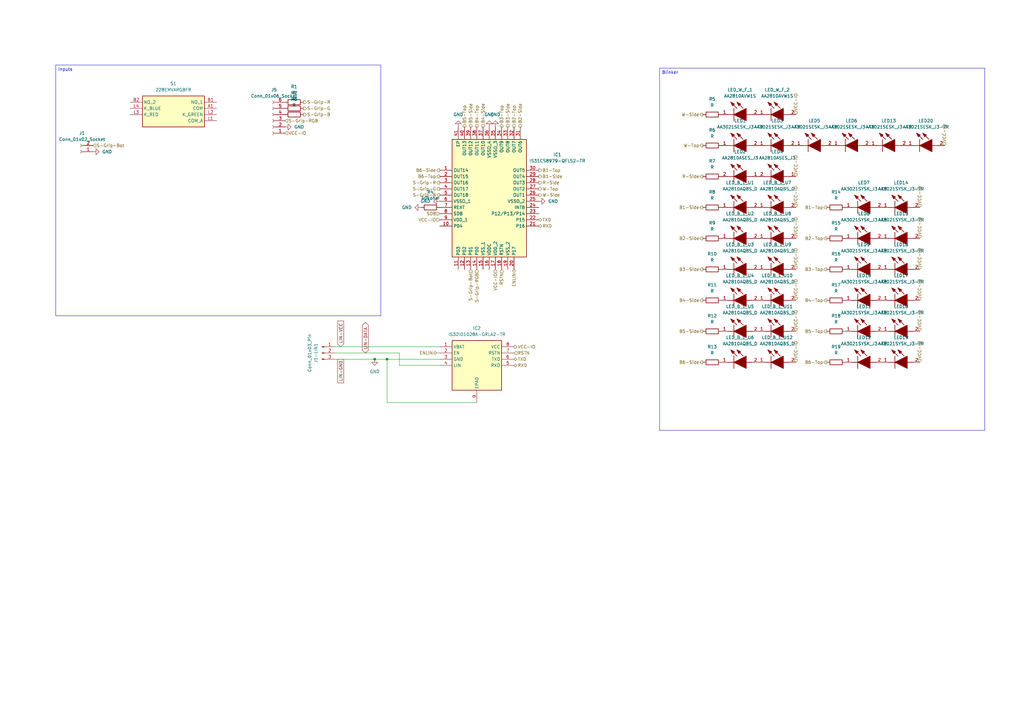
<source format=kicad_sch>
(kicad_sch (version 20250114) (generator "eeschema") (generator_version "9.0")
  (paper "A3")
  (text_box "Inputs" (at 22.86 26.67 0) (size 133.35 102.87) (margins 0.9525 0.9525 0.9525 0.9525) (effects (font (size 1.27 1.27)) (justify left top)))
  (text_box "Blinker" (at 270.51 27.94 0) (size 133.35 148.59) (margins 0.9525 0.9525 0.9525 0.9525) (effects (font (size 1.27 1.27)) (justify left top)))
  (junction (at 153.67 147.32))
  (junction (at 158.75 147.32))
  (wire (pts (xy 179.07 144.78) (xy 180.34 144.78)))
  (wire (pts (xy 137.16 142.24) (xy 180.34 142.24)))
  (wire (pts (xy 158.75 147.32) (xy 180.34 147.32)))
  (wire (pts (xy 153.67 147.32) (xy 158.75 147.32)))
  (wire (pts (xy 137.16 147.32) (xy 153.67 147.32)))
  (wire (pts (xy 163.83 149.86) (xy 163.83 144.78)))
  (wire (pts (xy 195.58 165.1) (xy 158.75 165.1)))
  (wire (pts (xy 158.75 147.32) (xy 158.75 165.1)))
  (wire (pts (xy 163.83 149.86) (xy 180.34 149.86)))
  (wire (pts (xy 163.83 144.78) (xy 137.16 144.78)))
  (global_label "LIN-DATA" (shape bidirectional) (at 149.86 144.78 90) (property "Intersheetrefs" "${INTERSHEET_REFS}" (effects (hide yes))))
  (global_label "LIN-VCC" (shape input) (at 139.7 142.24 90) (property "Intersheetrefs" "${INTERSHEET_REFS}" (effects (hide yes))))
  (global_label "LIN-GND" (shape passive) (at 139.7 147.32 270) (property "Intersheetrefs" "${INTERSHEET_REFS}" (effects (hide yes))))
  (hierarchical_label "B6-Top" (shape output) (at 339.09 148.59 180))
  (hierarchical_label "S-Grip-R" (shape output) (at 180.34 74.93 180))
  (hierarchical_label "VCC-IO" (shape input) (at 180.34 90.17 180))
  (hierarchical_label "VCC-IO" (shape output) (at 210.82 142.24 0))
  (hierarchical_label "VCC-IO" (shape input) (at 326.39 110.49 90))
  (hierarchical_label "ENLIN" (shape bidirectional) (at 179.07 144.78 180))
  (hierarchical_label "B1-Top" (shape output) (at 339.09 85.09 180))
  (hierarchical_label "S-Grip-B" (shape output) (at 180.34 80.01 180))
  (hierarchical_label "S-Grip-RGB" (shape input) (at 116.84 49.53 0))
  (hierarchical_label "B6-Top" (shape output) (at 180.34 72.39 180))
  (hierarchical_label "B4-Top" (shape output) (at 195.58 52.07 90))
  (hierarchical_label "B1-Top" (shape output) (at 220.98 69.85 0))
  (hierarchical_label "B6-Side" (shape output) (at 180.34 69.85 180))
  (hierarchical_label "B2-Top" (shape output) (at 339.09 97.79 180))
  (hierarchical_label "B4-Side" (shape output) (at 198.12 52.07 90))
  (hierarchical_label "W-Top" (shape output) (at 220.98 77.47 0))
  (hierarchical_label "B2-Top" (shape output) (at 210.82 52.07 90))
  (hierarchical_label "B5-Top" (shape output) (at 190.5 52.07 90))
  (hierarchical_label "S-Grip-Bot" (shape input) (at 38.1 59.69 0))
  (hierarchical_label "VCC-IO" (shape input) (at 377.19 110.49 90))
  (hierarchical_label "S-Grip-B" (shape output) (at 124.46 46.99 0))
  (hierarchical_label "S-Grip-RGB" (shape input) (at 195.58 110.49 270))
  (hierarchical_label "B3-Top" (shape output) (at 339.09 110.49 180))
  (hierarchical_label "B3-Side" (shape output) (at 288.29 110.49 180))
  (hierarchical_label "VCC-IO" (shape input) (at 377.19 85.09 90))
  (hierarchical_label "VCC-IO" (shape input) (at 377.19 135.89 90))
  (hierarchical_label "VCC-IO" (shape input) (at 377.19 123.19 90))
  (hierarchical_label "B2-Side" (shape output) (at 213.36 52.07 90))
  (hierarchical_label "B1-Side" (shape output) (at 288.29 85.09 180))
  (hierarchical_label "B5-Side" (shape output) (at 193.04 52.07 90))
  (hierarchical_label "W-Side" (shape output) (at 220.98 80.01 0))
  (hierarchical_label "B4-Side" (shape output) (at 288.29 123.19 180))
  (hierarchical_label "RSTN" (shape input) (at 205.74 110.49 270))
  (hierarchical_label "VCC-IO" (shape input) (at 387.35 59.69 90))
  (hierarchical_label "RSTN" (shape input) (at 210.82 144.78 0))
  (hierarchical_label "VCC-IO" (shape input) (at 116.84 54.61 0))
  (hierarchical_label "R-Side" (shape output) (at 288.29 72.39 180))
  (hierarchical_label "VCC-IO" (shape input) (at 326.39 148.59 90))
  (hierarchical_label "B1-Side" (shape output) (at 220.98 72.39 0))
  (hierarchical_label "ENLIN" (shape bidirectional) (at 210.82 110.49 270))
  (hierarchical_label "B5-Side" (shape output) (at 288.29 135.89 180))
  (hierarchical_label "RXD" (shape bidirectional) (at 210.82 149.86 0))
  (hierarchical_label "VCC-IO" (shape input) (at 203.2 110.49 270))
  (hierarchical_label "W-Side" (shape output) (at 288.29 46.99 180))
  (hierarchical_label "VCC-IO" (shape input) (at 326.39 123.19 90))
  (hierarchical_label "S-Grip-Bot" (shape input) (at 193.04 110.49 270))
  (hierarchical_label "SDB" (shape input) (at 180.34 87.63 180))
  (hierarchical_label "VCC-IO" (shape input) (at 326.39 135.89 90))
  (hierarchical_label "RXD" (shape bidirectional) (at 220.98 92.71 0))
  (hierarchical_label "R-Side" (shape output) (at 220.98 74.93 0))
  (hierarchical_label "W-Top" (shape output) (at 288.29 59.69 180))
  (hierarchical_label "VCC-IO" (shape input) (at 326.39 72.39 90))
  (hierarchical_label "B3-Side" (shape output) (at 208.28 52.07 90))
  (hierarchical_label "VCC-IO" (shape input) (at 377.19 148.59 90))
  (hierarchical_label "B3-Top" (shape output) (at 205.74 52.07 90))
  (hierarchical_label "B5-Top" (shape output) (at 339.09 135.89 180))
  (hierarchical_label "VCC-IO" (shape input) (at 326.39 97.79 90))
  (hierarchical_label "TXD" (shape bidirectional) (at 220.98 90.17 0))
  (hierarchical_label "S-Grip-G" (shape output) (at 124.46 44.45 0))
  (hierarchical_label "B6-Side" (shape output) (at 288.29 148.59 180))
  (hierarchical_label "S-Grip-R" (shape output) (at 124.46 41.91 0))
  (hierarchical_label "B4-Top" (shape output) (at 339.09 123.19 180))
  (hierarchical_label "VCC-IO" (shape input) (at 326.39 85.09 90))
  (hierarchical_label "B2-Side" (shape output) (at 288.29 97.79 180))
  (hierarchical_label "VCC-IO" (shape input) (at 326.39 46.99 90))
  (hierarchical_label "TXD" (shape bidirectional) (at 210.82 147.32 0))
  (hierarchical_label "S-Grip-G" (shape output) (at 180.34 77.47 180))
  (hierarchical_label "VCC-IO" (shape input) (at 377.19 97.79 90))
  (symbol (lib_id "SamacSys_Parts:AA3021SYSK_J3-TR") (at 346.71 148.59 0) (unit 1)
    (property "Reference" "LED12" (at 354.33 138.43 0))
    (property "Value" "AA3021SYSK_J3-TR" (at 354.33 140.97 0))
    (property "Footprint" "LEDM3020X150N" (effects (hide yes)))
    (property "Datasheet" "https://www.KingbrightUSA.com/images/catalog/SPEC/AA3021SYSK-J3-TR.pdf" (effects (hide yes)))
    (property "Description" "Standard LEDs - SMD 3.0 X 2.0 MM YELLOW SMD LED" (effects (hide yes)))
    (property "Height" "1.5" (effects (hide yes)))
    (property "Manufacturer_Name" "Kingbright" (effects (hide yes)))
    (property "Manufacturer_Part_Number" "AA3021SYSK/J3-TR" (effects (hide yes)))
    (property "Mouser Part Number" "604-AA3021SYSKJ3TR" (effects (hide yes)))
    (property "Mouser Price/Stock" "https://www.mouser.co.uk/ProductDetail/Kingbright/AA3021SYSK-J3-TR?qs=Rt2YTNbomKjzKhXMN2ecRA%3D%3D" (effects (hide yes)))
  )
  (symbol (lib_id "SamacSys_Parts:AA2810AQBS_D") (at 311.15 123.19 0) (unit 1)
    (property "Reference" "LED_B_1_U10" (at 318.77 113.03 0))
    (property "Value" "AA2810AQBS_D" (at 318.77 115.57 0))
    (property "Footprint" "AA2810AQBSD" (effects (hide yes)))
    (property "Datasheet" "https://www.kingbrightusa.com/images/catalog/SPEC/AA2810AQBS-D.pdf" (effects (hide yes)))
    (property "Description" "Standard LEDs - SMD RA Blue 470nm 150mcd 110deg Water Clr" (effects (hide yes)))
    (property "Height" "0.8" (effects (hide yes)))
    (property "Manufacturer_Name" "Kingbright" (effects (hide yes)))
    (property "Manufacturer_Part_Number" "AA2810AQBS/D" (effects (hide yes)))
    (property "Mouser Part Number" "604-AA2810AQBS/D" (effects (hide yes)))
    (property "Mouser Price/Stock" "https://www.mouser.co.uk/ProductDetail/Kingbright/AA2810AQBS-D?qs=jBF9H7RTBaRP3tj%2FHKNKMA%3D%3D" (effects (hide yes)))
    (property "Arrow Part Number" "AA2810AQBS/D" (effects (hide yes)))
    (property "Arrow Price/Stock" "https://www.arrow.com/en/products/aa2810aqbsd/kingbright?region=nac" (effects (hide yes)))
  )
  (symbol (lib_id "Device:R") (at 120.65 41.91 90) (unit 1)
    (property "Reference" "R1" (at 120.65 35.56 90))
    (property "Value" "R" (at 120.65 38.1 90))
    (property "Description" "Resistor" (effects (hide yes)))
  )
  (symbol (lib_id "SamacSys_Parts:AA2810AQBS_D") (at 295.91 135.89 0) (unit 1)
    (property "Reference" "LED_B_1_U5" (at 303.53 125.73 0))
    (property "Value" "AA2810AQBS_D" (at 303.53 128.27 0))
    (property "Footprint" "AA2810AQBSD" (effects (hide yes)))
    (property "Datasheet" "https://www.kingbrightusa.com/images/catalog/SPEC/AA2810AQBS-D.pdf" (effects (hide yes)))
    (property "Description" "Standard LEDs - SMD RA Blue 470nm 150mcd 110deg Water Clr" (effects (hide yes)))
    (property "Height" "0.8" (effects (hide yes)))
    (property "Manufacturer_Name" "Kingbright" (effects (hide yes)))
    (property "Manufacturer_Part_Number" "AA2810AQBS/D" (effects (hide yes)))
    (property "Mouser Part Number" "604-AA2810AQBS/D" (effects (hide yes)))
    (property "Mouser Price/Stock" "https://www.mouser.co.uk/ProductDetail/Kingbright/AA2810AQBS-D?qs=jBF9H7RTBaRP3tj%2FHKNKMA%3D%3D" (effects (hide yes)))
    (property "Arrow Part Number" "AA2810AQBS/D" (effects (hide yes)))
    (property "Arrow Price/Stock" "https://www.arrow.com/en/products/aa2810aqbsd/kingbright?region=nac" (effects (hide yes)))
  )
  (symbol (lib_id "SamacSys_Parts:AA3021SESK_J3-TR") (at 311.15 59.69 0) (unit 1)
    (property "Reference" "LED3" (at 318.77 49.53 0))
    (property "Value" "AA3021SESK_J3-TR" (at 318.77 52.07 0))
    (property "Footprint" "LEDM3020X150N" (effects (hide yes)))
    (property "Datasheet" "https://componentsearchengine.com/Datasheets/1/AA3021SESK_J3-TR.pdf" (effects (hide yes)))
    (property "Description" "Standard LEDs - SMD 3.0 X 2.0 MM RED SMD LED" (effects (hide yes)))
    (property "Height" "1.5" (effects (hide yes)))
    (property "Manufacturer_Name" "Kingbright" (effects (hide yes)))
    (property "Manufacturer_Part_Number" "AA3021SESK/J3-TR" (effects (hide yes)))
    (property "Mouser Part Number" "604-AA3021SESKJ3TR" (effects (hide yes)))
    (property "Mouser Price/Stock" "https://www.mouser.com/Search/Refine.aspx?Keyword=604-AA3021SESKJ3TR" (effects (hide yes)))
    (property "Arrow Part Number" "AA3021SESK/J3-TR" (effects (hide yes)))
    (property "Arrow Price/Stock" "https://www.arrow.com/en/products/aa3021seskj3-tr/kingbright?region=nac" (effects (hide yes)))
  )
  (symbol (lib_id "SamacSys_Parts:AA2810AQBS_D") (at 295.91 110.49 0) (unit 1)
    (property "Reference" "LED_B_1_U3" (at 303.53 100.33 0))
    (property "Value" "AA2810AQBS_D" (at 303.53 102.87 0))
    (property "Footprint" "AA2810AQBSD" (effects (hide yes)))
    (property "Datasheet" "https://www.kingbrightusa.com/images/catalog/SPEC/AA2810AQBS-D.pdf" (effects (hide yes)))
    (property "Description" "Standard LEDs - SMD RA Blue 470nm 150mcd 110deg Water Clr" (effects (hide yes)))
    (property "Height" "0.8" (effects (hide yes)))
    (property "Manufacturer_Name" "Kingbright" (effects (hide yes)))
    (property "Manufacturer_Part_Number" "AA2810AQBS/D" (effects (hide yes)))
    (property "Mouser Part Number" "604-AA2810AQBS/D" (effects (hide yes)))
    (property "Mouser Price/Stock" "https://www.mouser.co.uk/ProductDetail/Kingbright/AA2810AQBS-D?qs=jBF9H7RTBaRP3tj%2FHKNKMA%3D%3D" (effects (hide yes)))
    (property "Arrow Part Number" "AA2810AQBS/D" (effects (hide yes)))
    (property "Arrow Price/Stock" "https://www.arrow.com/en/products/aa2810aqbsd/kingbright?region=nac" (effects (hide yes)))
  )
  (symbol (lib_id "SamacSys_Parts:AA3021SYSK_J3-TR") (at 361.95 85.09 0) (unit 1)
    (property "Reference" "LED14" (at 369.57 74.93 0))
    (property "Value" "AA3021SYSK_J3-TR" (at 369.57 77.47 0))
    (property "Footprint" "LEDM3020X150N" (effects (hide yes)))
    (property "Datasheet" "https://www.KingbrightUSA.com/images/catalog/SPEC/AA3021SYSK-J3-TR.pdf" (effects (hide yes)))
    (property "Description" "Standard LEDs - SMD 3.0 X 2.0 MM YELLOW SMD LED" (effects (hide yes)))
    (property "Height" "1.5" (effects (hide yes)))
    (property "Manufacturer_Name" "Kingbright" (effects (hide yes)))
    (property "Manufacturer_Part_Number" "AA3021SYSK/J3-TR" (effects (hide yes)))
    (property "Mouser Part Number" "604-AA3021SYSKJ3TR" (effects (hide yes)))
    (property "Mouser Price/Stock" "https://www.mouser.co.uk/ProductDetail/Kingbright/AA3021SYSK-J3-TR?qs=Rt2YTNbomKjzKhXMN2ecRA%3D%3D" (effects (hide yes)))
  )
  (symbol (lib_id "Connector:Conn_01x06_Socket") (at 111.76 49.53 180) (unit 1)
    (property "Reference" "J5" (at 112.395 36.83 0))
    (property "Value" "Conn_01x06_Socket" (at 112.395 39.37 0))
    (property "Description" "Generic connector, single row, 01x06, script generated" (effects (hide yes)))
  )
  (symbol (lib_id "Device:R") (at 292.1 59.69 90) (unit 1)
    (property "Reference" "R6" (at 292.1 53.34 90))
    (property "Value" "R" (at 292.1 55.88 90))
    (property "Description" "Resistor" (effects (hide yes)))
  )
  (symbol (lib_id "SamacSys_Parts:AA2810AQBS_D") (at 295.91 97.79 0) (unit 1)
    (property "Reference" "LED_B_1_U2" (at 303.53 87.63 0))
    (property "Value" "AA2810AQBS_D" (at 303.53 90.17 0))
    (property "Footprint" "AA2810AQBSD" (effects (hide yes)))
    (property "Datasheet" "https://www.kingbrightusa.com/images/catalog/SPEC/AA2810AQBS-D.pdf" (effects (hide yes)))
    (property "Description" "Standard LEDs - SMD RA Blue 470nm 150mcd 110deg Water Clr" (effects (hide yes)))
    (property "Height" "0.8" (effects (hide yes)))
    (property "Manufacturer_Name" "Kingbright" (effects (hide yes)))
    (property "Manufacturer_Part_Number" "AA2810AQBS/D" (effects (hide yes)))
    (property "Mouser Part Number" "604-AA2810AQBS/D" (effects (hide yes)))
    (property "Mouser Price/Stock" "https://www.mouser.co.uk/ProductDetail/Kingbright/AA2810AQBS-D?qs=jBF9H7RTBaRP3tj%2FHKNKMA%3D%3D" (effects (hide yes)))
    (property "Arrow Part Number" "AA2810AQBS/D" (effects (hide yes)))
    (property "Arrow Price/Stock" "https://www.arrow.com/en/products/aa2810aqbsd/kingbright?region=nac" (effects (hide yes)))
  )
  (symbol (lib_id "SamacSys_Parts:AA3021SYSK_J3-TR") (at 361.95 110.49 0) (unit 1)
    (property "Reference" "LED16" (at 369.57 100.33 0))
    (property "Value" "AA3021SYSK_J3-TR" (at 369.57 102.87 0))
    (property "Footprint" "LEDM3020X150N" (effects (hide yes)))
    (property "Datasheet" "https://www.KingbrightUSA.com/images/catalog/SPEC/AA3021SYSK-J3-TR.pdf" (effects (hide yes)))
    (property "Description" "Standard LEDs - SMD 3.0 X 2.0 MM YELLOW SMD LED" (effects (hide yes)))
    (property "Height" "1.5" (effects (hide yes)))
    (property "Manufacturer_Name" "Kingbright" (effects (hide yes)))
    (property "Manufacturer_Part_Number" "AA3021SYSK/J3-TR" (effects (hide yes)))
    (property "Mouser Part Number" "604-AA3021SYSKJ3TR" (effects (hide yes)))
    (property "Mouser Price/Stock" "https://www.mouser.co.uk/ProductDetail/Kingbright/AA3021SYSK-J3-TR?qs=Rt2YTNbomKjzKhXMN2ecRA%3D%3D" (effects (hide yes)))
  )
  (symbol (lib_id "SamacSys_Parts:AA3021SYSK_J3-TR") (at 346.71 85.09 0) (unit 1)
    (property "Reference" "LED7" (at 354.33 74.93 0))
    (property "Value" "AA3021SYSK_J3-TR" (at 354.33 77.47 0))
    (property "Footprint" "LEDM3020X150N" (effects (hide yes)))
    (property "Datasheet" "https://www.KingbrightUSA.com/images/catalog/SPEC/AA3021SYSK-J3-TR.pdf" (effects (hide yes)))
    (property "Description" "Standard LEDs - SMD 3.0 X 2.0 MM YELLOW SMD LED" (effects (hide yes)))
    (property "Height" "1.5" (effects (hide yes)))
    (property "Manufacturer_Name" "Kingbright" (effects (hide yes)))
    (property "Manufacturer_Part_Number" "AA3021SYSK/J3-TR" (effects (hide yes)))
    (property "Mouser Part Number" "604-AA3021SYSKJ3TR" (effects (hide yes)))
    (property "Mouser Price/Stock" "https://www.mouser.co.uk/ProductDetail/Kingbright/AA3021SYSK-J3-TR?qs=Rt2YTNbomKjzKhXMN2ecRA%3D%3D" (effects (hide yes)))
  )
  (symbol (lib_id "Device:R") (at 120.65 44.45 90) (unit 1)
    (property "Reference" "R2" (at 120.65 38.1 90))
    (property "Value" "R" (at 120.65 40.64 90))
    (property "Description" "Resistor" (effects (hide yes)))
  )
  (symbol (lib_id "Device:R") (at 342.9 97.79 90) (unit 1)
    (property "Reference" "R15" (at 342.9 91.44 90))
    (property "Value" "R" (at 342.9 93.98 90))
    (property "Description" "Resistor" (effects (hide yes)))
  )
  (symbol (lib_id "SamacSys_Parts:AA3021SESK_J3-TR") (at 356.87 59.69 0) (unit 1)
    (property "Reference" "LED13" (at 364.49 49.53 0))
    (property "Value" "AA3021SESK_J3-TR" (at 364.49 52.07 0))
    (property "Footprint" "LEDM3020X150N" (effects (hide yes)))
    (property "Datasheet" "https://componentsearchengine.com/Datasheets/1/AA3021SESK_J3-TR.pdf" (effects (hide yes)))
    (property "Description" "Standard LEDs - SMD 3.0 X 2.0 MM RED SMD LED" (effects (hide yes)))
    (property "Height" "1.5" (effects (hide yes)))
    (property "Manufacturer_Name" "Kingbright" (effects (hide yes)))
    (property "Manufacturer_Part_Number" "AA3021SESK/J3-TR" (effects (hide yes)))
    (property "Mouser Part Number" "604-AA3021SESKJ3TR" (effects (hide yes)))
    (property "Mouser Price/Stock" "https://www.mouser.com/Search/Refine.aspx?Keyword=604-AA3021SESKJ3TR" (effects (hide yes)))
    (property "Arrow Part Number" "AA3021SESK/J3-TR" (effects (hide yes)))
    (property "Arrow Price/Stock" "https://www.arrow.com/en/products/aa3021seskj3-tr/kingbright?region=nac" (effects (hide yes)))
  )
  (symbol (lib_id "power:GND") (at 38.1 62.23 90) (unit 1)
    (property "Reference" "#PWR01" (effects (hide yes)))
    (property "Value" "GND" (at 41.91 62.2299 90) (effects (justify right)))
    (property "Description" "Power symbol creates a global label with name \"GND\" , ground" (effects (hide yes)))
  )
  (symbol (lib_id "Device:R") (at 292.1 148.59 90) (unit 1)
    (property "Reference" "R13" (at 292.1 142.24 90))
    (property "Value" "R" (at 292.1 144.78 90))
    (property "Description" "Resistor" (effects (hide yes)))
  )
  (symbol (lib_id "SamacSys_Parts:AA3021SYSK_J3-TR") (at 346.71 110.49 0) (unit 1)
    (property "Reference" "LED9" (at 354.33 100.33 0))
    (property "Value" "AA3021SYSK_J3-TR" (at 354.33 102.87 0))
    (property "Footprint" "LEDM3020X150N" (effects (hide yes)))
    (property "Datasheet" "https://www.KingbrightUSA.com/images/catalog/SPEC/AA3021SYSK-J3-TR.pdf" (effects (hide yes)))
    (property "Description" "Standard LEDs - SMD 3.0 X 2.0 MM YELLOW SMD LED" (effects (hide yes)))
    (property "Height" "1.5" (effects (hide yes)))
    (property "Manufacturer_Name" "Kingbright" (effects (hide yes)))
    (property "Manufacturer_Part_Number" "AA3021SYSK/J3-TR" (effects (hide yes)))
    (property "Mouser Part Number" "604-AA3021SYSKJ3TR" (effects (hide yes)))
    (property "Mouser Price/Stock" "https://www.mouser.co.uk/ProductDetail/Kingbright/AA3021SYSK-J3-TR?qs=Rt2YTNbomKjzKhXMN2ecRA%3D%3D" (effects (hide yes)))
  )
  (symbol (lib_id "power:GND") (at 203.2 52.07 180) (unit 1)
    (property "Reference" "#PWR015" (effects (hide yes)))
    (property "Value" "GND" (at 203.2 46.99 0))
    (property "Description" "Power symbol creates a global label with name \"GND\" , ground" (effects (hide yes)))
  )
  (symbol (lib_id "SamacSys_Parts:AA3021SESK_J3-TR") (at 326.39 59.69 0) (unit 1)
    (property "Reference" "LED5" (at 334.01 49.53 0))
    (property "Value" "AA3021SESK_J3-TR" (at 334.01 52.07 0))
    (property "Footprint" "LEDM3020X150N" (effects (hide yes)))
    (property "Datasheet" "https://componentsearchengine.com/Datasheets/1/AA3021SESK_J3-TR.pdf" (effects (hide yes)))
    (property "Description" "Standard LEDs - SMD 3.0 X 2.0 MM RED SMD LED" (effects (hide yes)))
    (property "Height" "1.5" (effects (hide yes)))
    (property "Manufacturer_Name" "Kingbright" (effects (hide yes)))
    (property "Manufacturer_Part_Number" "AA3021SESK/J3-TR" (effects (hide yes)))
    (property "Mouser Part Number" "604-AA3021SESKJ3TR" (effects (hide yes)))
    (property "Mouser Price/Stock" "https://www.mouser.com/Search/Refine.aspx?Keyword=604-AA3021SESKJ3TR" (effects (hide yes)))
    (property "Arrow Part Number" "AA3021SESK/J3-TR" (effects (hide yes)))
    (property "Arrow Price/Stock" "https://www.arrow.com/en/products/aa3021seskj3-tr/kingbright?region=nac" (effects (hide yes)))
  )
  (symbol (lib_id "power:GND") (at 187.96 52.07 180) (unit 1)
    (property "Reference" "#PWR013" (effects (hide yes)))
    (property "Value" "GND" (at 187.96 46.99 0))
    (property "Description" "Power symbol creates a global label with name \"GND\" , ground" (effects (hide yes)))
  )
  (symbol (lib_id "Device:R") (at 342.9 85.09 90) (unit 1)
    (property "Reference" "R14" (at 342.9 78.74 90))
    (property "Value" "R" (at 342.9 81.28 90))
    (property "Description" "Resistor" (effects (hide yes)))
  )
  (symbol (lib_id "Device:R") (at 176.53 85.09 90) (unit 1)
    (property "Reference" "R4" (at 176.53 78.74 90))
    (property "Value" "40kohm" (at 176.53 81.28 90))
    (property "Description" "Resistor" (effects (hide yes)))
  )
  (symbol (lib_id "SamacSys_Parts:IS32IO1028A-GRLA2-TR") (at 180.34 142.24 0) (unit 1)
    (property "Reference" "IC2" (at 195.58 134.62 0))
    (property "Value" "IS32IO1028A-GRLA2-TR" (at 195.58 137.16 0))
    (property "Footprint" "SOIC127P600X170-9N" (effects (hide yes)))
    (property "Datasheet" "https://www.lumissil.com/assets/pdf/core/IS32IO1028_DS.pdf" (effects (hide yes)))
    (property "Description" "SOP-8, 4.9mmx3.9mm" (effects (hide yes)))
    (property "Height" "1.7" (effects (hide yes)))
    (property "Manufacturer_Name" "Lumissil Microsystems" (effects (hide yes)))
    (property "Manufacturer_Part_Number" "IS32IO1028A-GRLA2-TR" (effects (hide yes)))
    (property "Mouser Part Number" "870-2IO1028A-GRLA2TR" (effects (hide yes)))
    (property "Mouser Price/Stock" "https://www.mouser.co.uk/ProductDetail/Lumissil/IS32IO1028A-GRLA2-TR?qs=HoCaDK9Nz5efVuPbStEqtg%3D%3D" (effects (hide yes)))
  )
  (symbol (lib_id "SamacSys_Parts:AA3021SYSK_J3-TR") (at 346.71 135.89 0) (unit 1)
    (property "Reference" "LED11" (at 354.33 125.73 0))
    (property "Value" "AA3021SYSK_J3-TR" (at 354.33 128.27 0))
    (property "Footprint" "LEDM3020X150N" (effects (hide yes)))
    (property "Datasheet" "https://www.KingbrightUSA.com/images/catalog/SPEC/AA3021SYSK-J3-TR.pdf" (effects (hide yes)))
    (property "Description" "Standard LEDs - SMD 3.0 X 2.0 MM YELLOW SMD LED" (effects (hide yes)))
    (property "Height" "1.5" (effects (hide yes)))
    (property "Manufacturer_Name" "Kingbright" (effects (hide yes)))
    (property "Manufacturer_Part_Number" "AA3021SYSK/J3-TR" (effects (hide yes)))
    (property "Mouser Part Number" "604-AA3021SYSKJ3TR" (effects (hide yes)))
    (property "Mouser Price/Stock" "https://www.mouser.co.uk/ProductDetail/Kingbright/AA3021SYSK-J3-TR?qs=Rt2YTNbomKjzKhXMN2ecRA%3D%3D" (effects (hide yes)))
  )
  (symbol (lib_id "Device:R") (at 342.9 123.19 90) (unit 1)
    (property "Reference" "R17" (at 342.9 116.84 90))
    (property "Value" "R" (at 342.9 119.38 90))
    (property "Description" "Resistor" (effects (hide yes)))
  )
  (symbol (lib_id "Device:R") (at 292.1 135.89 90) (unit 1)
    (property "Reference" "R12" (at 292.1 129.54 90))
    (property "Value" "R" (at 292.1 132.08 90))
    (property "Description" "Resistor" (effects (hide yes)))
  )
  (symbol (lib_id "Device:R") (at 342.9 135.89 90) (unit 1)
    (property "Reference" "R18" (at 342.9 129.54 90))
    (property "Value" "R" (at 342.9 132.08 90))
    (property "Description" "Resistor" (effects (hide yes)))
  )
  (symbol (lib_id "SamacSys_Parts:AA2810ASES_J3") (at 295.91 72.39 0) (unit 1)
    (property "Reference" "LED2" (at 303.53 62.23 0))
    (property "Value" "AA2810ASES_J3" (at 303.53 64.77 0))
    (property "Footprint" "AA2810ASESJ3" (effects (hide yes)))
    (property "Datasheet" "http://www.kingbrightusa.com/images/catalog/SPEC/AA2810ASES-J3.pdf" (effects (hide yes)))
    (property "Description" "Standard LEDs - SMD RA Red 625nm 1800mcd 110deg Water Clr" (effects (hide yes)))
    (property "Height" "0.9" (effects (hide yes)))
    (property "Manufacturer_Name" "Kingbright" (effects (hide yes)))
    (property "Manufacturer_Part_Number" "AA2810ASES/J3" (effects (hide yes)))
    (property "Mouser Part Number" "604-AA2810ASES/J3" (effects (hide yes)))
    (property "Mouser Price/Stock" "https://www.mouser.co.uk/ProductDetail/Kingbright/AA2810ASES-J3?qs=jBF9H7RTBaSfc3RgDopyFA%3D%3D" (effects (hide yes)))
    (property "Arrow Part Number" "AA2810ASES/J3" (effects (hide yes)))
    (property "Arrow Price/Stock" "https://www.arrow.com/en/products/aa2810asesj3/kingbright?region=nac" (effects (hide yes)))
  )
  (symbol (lib_id "power:GND") (at 220.98 82.55 90) (unit 1)
    (property "Reference" "#PWR017" (effects (hide yes)))
    (property "Value" "GND" (at 224.79 82.5499 90) (effects (justify right)))
    (property "Description" "Power symbol creates a global label with name \"GND\" , ground" (effects (hide yes)))
  )
  (symbol (lib_id "SamacSys_Parts:228EMVARGBFR") (at 53.34 41.91 0) (unit 1)
    (property "Reference" "S1" (at 71.12 34.29 0))
    (property "Value" "228EMVARGBFR" (at 71.12 36.83 0))
    (property "Footprint" "228EMVARGBFR" (effects (hide yes)))
    (property "Datasheet" "https://www.ctscorp.com/Files/DataSheets/Switches/Tactile-Switches/CTS-Switches-Tactile-228E-Series-Datasheet.pdf" (effects (hide yes)))
    (property "Description" "Tactile Switches LED tact sw, gullwing, vertical, red,green&blue flat led" (effects (hide yes)))
    (property "Height" "5.7" (effects (hide yes)))
    (property "Manufacturer_Name" "CTS" (effects (hide yes)))
    (property "Manufacturer_Part_Number" "228EMVARGBFR" (effects (hide yes)))
    (property "Mouser Part Number" "774-228EMVARGBFR" (effects (hide yes)))
    (property "Mouser Price/Stock" "https://www.mouser.co.uk/ProductDetail/CTS-Electronic-Components/228EMVARGBFR?qs=BJlw7L4Cy7%2FeuEuJlsaHQw%3D%3D" (effects (hide yes)))
  )
  (symbol (lib_id "power:GND") (at 200.66 52.07 180) (unit 1)
    (property "Reference" "#PWR014" (effects (hide yes)))
    (property "Value" "GND" (at 200.66 46.99 0))
    (property "Description" "Power symbol creates a global label with name \"GND\" , ground" (effects (hide yes)))
  )
  (symbol (lib_id "SamacSys_Parts:AA3021SYSK_J3-TR") (at 361.95 135.89 0) (unit 1)
    (property "Reference" "LED18" (at 369.57 125.73 0))
    (property "Value" "AA3021SYSK_J3-TR" (at 369.57 128.27 0))
    (property "Footprint" "LEDM3020X150N" (effects (hide yes)))
    (property "Datasheet" "https://www.KingbrightUSA.com/images/catalog/SPEC/AA3021SYSK-J3-TR.pdf" (effects (hide yes)))
    (property "Description" "Standard LEDs - SMD 3.0 X 2.0 MM YELLOW SMD LED" (effects (hide yes)))
    (property "Height" "1.5" (effects (hide yes)))
    (property "Manufacturer_Name" "Kingbright" (effects (hide yes)))
    (property "Manufacturer_Part_Number" "AA3021SYSK/J3-TR" (effects (hide yes)))
    (property "Mouser Part Number" "604-AA3021SYSKJ3TR" (effects (hide yes)))
    (property "Mouser Price/Stock" "https://www.mouser.co.uk/ProductDetail/Kingbright/AA3021SYSK-J3-TR?qs=Rt2YTNbomKjzKhXMN2ecRA%3D%3D" (effects (hide yes)))
  )
  (symbol (lib_id "SamacSys_Parts:AA2810AVW1S") (at 295.91 46.99 0) (unit 1)
    (property "Reference" "LED_W_F_1" (at 303.53 36.83 0))
    (property "Value" "AA2810AVW1S" (at 303.53 39.37 0))
    (property "Footprint" "AA2810AVW1S" (effects (hide yes)))
    (property "Description" "LED Uni-Color White 2-Pin Chip LED T/R 2.8X0.8mm RIGHT ANGLE SMD CHIP LED LAMP" (effects (hide yes)))
    (property "Height" "0.9" (effects (hide yes)))
    (property "Manufacturer_Name" "Kingbright" (effects (hide yes)))
    (property "Manufacturer_Part_Number" "AA2810AVW1S" (effects (hide yes)))
    (property "Mouser Part Number" "N/A" (effects (hide yes)))
    (property "Mouser Price/Stock" "https://www.mouser.co.uk/ProductDetail/Kingbright/AA2810AVW1S/?qs=Ay79KZaUeZD7%252BIukeNLHdQ%3D%3D" (effects (hide yes)))
  )
  (symbol (lib_id "power:GND") (at 116.84 52.07 90) (unit 1)
    (property "Reference" "#PWR06" (effects (hide yes)))
    (property "Value" "GND" (at 120.65 52.0699 90) (effects (justify right)))
    (property "Description" "Power symbol creates a global label with name \"GND\" , ground" (effects (hide yes)))
  )
  (symbol (lib_id "Device:R") (at 292.1 46.99 90) (unit 1)
    (property "Reference" "R5" (at 292.1 40.64 90))
    (property "Value" "R" (at 292.1 43.18 90))
    (property "Description" "Resistor" (effects (hide yes)))
  )
  (symbol (lib_id "SamacSys_Parts:AA2810ASES_J3") (at 311.15 72.39 0) (unit 1)
    (property "Reference" "LED4" (at 318.77 62.23 0))
    (property "Value" "AA2810ASES_J3" (at 318.77 64.77 0))
    (property "Footprint" "AA2810ASESJ3" (effects (hide yes)))
    (property "Datasheet" "http://www.kingbrightusa.com/images/catalog/SPEC/AA2810ASES-J3.pdf" (effects (hide yes)))
    (property "Description" "Standard LEDs - SMD RA Red 625nm 1800mcd 110deg Water Clr" (effects (hide yes)))
    (property "Height" "0.9" (effects (hide yes)))
    (property "Manufacturer_Name" "Kingbright" (effects (hide yes)))
    (property "Manufacturer_Part_Number" "AA2810ASES/J3" (effects (hide yes)))
    (property "Mouser Part Number" "604-AA2810ASES/J3" (effects (hide yes)))
    (property "Mouser Price/Stock" "https://www.mouser.co.uk/ProductDetail/Kingbright/AA2810ASES-J3?qs=jBF9H7RTBaSfc3RgDopyFA%3D%3D" (effects (hide yes)))
    (property "Arrow Part Number" "AA2810ASES/J3" (effects (hide yes)))
    (property "Arrow Price/Stock" "https://www.arrow.com/en/products/aa2810asesj3/kingbright?region=nac" (effects (hide yes)))
  )
  (symbol (lib_id "power:GND") (at 172.72 85.09 270) (unit 1)
    (property "Reference" "#PWR010" (effects (hide yes)))
    (property "Value" "GND" (at 168.91 85.0899 90) (effects (justify right)))
    (property "Description" "Power symbol creates a global label with name \"GND\" , ground" (effects (hide yes)))
  )
  (symbol (lib_id "SamacSys_Parts:AA3021SYSK_J3-TR") (at 361.95 97.79 0) (unit 1)
    (property "Reference" "LED15" (at 369.57 87.63 0))
    (property "Value" "AA3021SYSK_J3-TR" (at 369.57 90.17 0))
    (property "Footprint" "LEDM3020X150N" (effects (hide yes)))
    (property "Datasheet" "https://www.KingbrightUSA.com/images/catalog/SPEC/AA3021SYSK-J3-TR.pdf" (effects (hide yes)))
    (property "Description" "Standard LEDs - SMD 3.0 X 2.0 MM YELLOW SMD LED" (effects (hide yes)))
    (property "Height" "1.5" (effects (hide yes)))
    (property "Manufacturer_Name" "Kingbright" (effects (hide yes)))
    (property "Manufacturer_Part_Number" "AA3021SYSK/J3-TR" (effects (hide yes)))
    (property "Mouser Part Number" "604-AA3021SYSKJ3TR" (effects (hide yes)))
    (property "Mouser Price/Stock" "https://www.mouser.co.uk/ProductDetail/Kingbright/AA3021SYSK-J3-TR?qs=Rt2YTNbomKjzKhXMN2ecRA%3D%3D" (effects (hide yes)))
  )
  (symbol (lib_id "Connector:Conn_01x03_Pin") (at 132.08 144.78 0) (unit 1)
    (property "Reference" "J1-LIN1" (at 129.54 144.78 90))
    (property "Value" "Conn_01x03_Pin" (at 127 144.78 90))
    (property "Description" "Generic connector, single row, 01x03, script generated" (effects (hide yes)))
  )
  (symbol (lib_id "SamacSys_Parts:AA3021SYSK_J3-TR") (at 361.95 123.19 0) (unit 1)
    (property "Reference" "LED17" (at 369.57 113.03 0))
    (property "Value" "AA3021SYSK_J3-TR" (at 369.57 115.57 0))
    (property "Footprint" "LEDM3020X150N" (effects (hide yes)))
    (property "Datasheet" "https://www.KingbrightUSA.com/images/catalog/SPEC/AA3021SYSK-J3-TR.pdf" (effects (hide yes)))
    (property "Description" "Standard LEDs - SMD 3.0 X 2.0 MM YELLOW SMD LED" (effects (hide yes)))
    (property "Height" "1.5" (effects (hide yes)))
    (property "Manufacturer_Name" "Kingbright" (effects (hide yes)))
    (property "Manufacturer_Part_Number" "AA3021SYSK/J3-TR" (effects (hide yes)))
    (property "Mouser Part Number" "604-AA3021SYSKJ3TR" (effects (hide yes)))
    (property "Mouser Price/Stock" "https://www.mouser.co.uk/ProductDetail/Kingbright/AA3021SYSK-J3-TR?qs=Rt2YTNbomKjzKhXMN2ecRA%3D%3D" (effects (hide yes)))
  )
  (symbol (lib_id "Device:R") (at 292.1 123.19 90) (unit 1)
    (property "Reference" "R11" (at 292.1 116.84 90))
    (property "Value" "R" (at 292.1 119.38 90))
    (property "Description" "Resistor" (effects (hide yes)))
  )
  (symbol (lib_id "Device:R") (at 292.1 110.49 90) (unit 1)
    (property "Reference" "R10" (at 292.1 104.14 90))
    (property "Value" "R" (at 292.1 106.68 90))
    (property "Description" "Resistor" (effects (hide yes)))
  )
  (symbol (lib_id "SamacSys_Parts:AA3021SYSK_J3-TR") (at 346.71 123.19 0) (unit 1)
    (property "Reference" "LED10" (at 354.33 113.03 0))
    (property "Value" "AA3021SYSK_J3-TR" (at 354.33 115.57 0))
    (property "Footprint" "LEDM3020X150N" (effects (hide yes)))
    (property "Datasheet" "https://www.KingbrightUSA.com/images/catalog/SPEC/AA3021SYSK-J3-TR.pdf" (effects (hide yes)))
    (property "Description" "Standard LEDs - SMD 3.0 X 2.0 MM YELLOW SMD LED" (effects (hide yes)))
    (property "Height" "1.5" (effects (hide yes)))
    (property "Manufacturer_Name" "Kingbright" (effects (hide yes)))
    (property "Manufacturer_Part_Number" "AA3021SYSK/J3-TR" (effects (hide yes)))
    (property "Mouser Part Number" "604-AA3021SYSKJ3TR" (effects (hide yes)))
    (property "Mouser Price/Stock" "https://www.mouser.co.uk/ProductDetail/Kingbright/AA3021SYSK-J3-TR?qs=Rt2YTNbomKjzKhXMN2ecRA%3D%3D" (effects (hide yes)))
  )
  (symbol (lib_id "power:GND") (at 153.67 147.32 0) (unit 1)
    (property "Reference" "#PWR04" (effects (hide yes)))
    (property "Value" "GND" (at 153.67 152.4 0))
    (property "Description" "Power symbol creates a global label with name \"GND\" , ground" (effects (hide yes)))
  )
  (symbol (lib_id "SamacSys_Parts:AA3021SESK_J3-TR") (at 295.91 59.69 0) (unit 1)
    (property "Reference" "LED1" (at 303.53 49.53 0))
    (property "Value" "AA3021SESK_J3-TR" (at 303.53 52.07 0))
    (property "Footprint" "LEDM3020X150N" (effects (hide yes)))
    (property "Datasheet" "https://componentsearchengine.com/Datasheets/1/AA3021SESK_J3-TR.pdf" (effects (hide yes)))
    (property "Description" "Standard LEDs - SMD 3.0 X 2.0 MM RED SMD LED" (effects (hide yes)))
    (property "Height" "1.5" (effects (hide yes)))
    (property "Manufacturer_Name" "Kingbright" (effects (hide yes)))
    (property "Manufacturer_Part_Number" "AA3021SESK/J3-TR" (effects (hide yes)))
    (property "Mouser Part Number" "604-AA3021SESKJ3TR" (effects (hide yes)))
    (property "Mouser Price/Stock" "https://www.mouser.com/Search/Refine.aspx?Keyword=604-AA3021SESKJ3TR" (effects (hide yes)))
    (property "Arrow Part Number" "AA3021SESK/J3-TR" (effects (hide yes)))
    (property "Arrow Price/Stock" "https://www.arrow.com/en/products/aa3021seskj3-tr/kingbright?region=nac" (effects (hide yes)))
  )
  (symbol (lib_id "SamacSys_Parts:IS31CS8979-QFLS2-TR") (at 180.34 69.85 0) (unit 1)
    (property "Reference" "IC1" (at 228.6 63.4298 0))
    (property "Value" "IS31CS8979-QFLS2-TR" (at 228.6 65.9698 0))
    (property "Footprint" "QFN50P600X600X80-41N-D" (effects (hide yes)))
    (property "Datasheet" "https://www.lumissil.com/assets/pdf/core/IS31CS8979_DS.pdf" (effects (hide yes)))
    (property "Description" "18-CHANNEL INTELLIGENT LED DRIVERS WITH BUILT-IN MCU, QFN-40, 6.0mmx6.0mm" (effects (hide yes)))
    (property "Height" "0.8" (effects (hide yes)))
    (property "Manufacturer_Name" "Lumissil Microsystems" (effects (hide yes)))
    (property "Manufacturer_Part_Number" "IS31CS8979-QFLS2-TR" (effects (hide yes)))
  )
  (symbol (lib_id "SamacSys_Parts:AA2810AQBS_D") (at 295.91 148.59 0) (unit 1)
    (property "Reference" "LED_B_1_U6" (at 303.53 138.43 0))
    (property "Value" "AA2810AQBS_D" (at 303.53 140.97 0))
    (property "Footprint" "AA2810AQBSD" (effects (hide yes)))
    (property "Datasheet" "https://www.kingbrightusa.com/images/catalog/SPEC/AA2810AQBS-D.pdf" (effects (hide yes)))
    (property "Description" "Standard LEDs - SMD RA Blue 470nm 150mcd 110deg Water Clr" (effects (hide yes)))
    (property "Height" "0.8" (effects (hide yes)))
    (property "Manufacturer_Name" "Kingbright" (effects (hide yes)))
    (property "Manufacturer_Part_Number" "AA2810AQBS/D" (effects (hide yes)))
    (property "Mouser Part Number" "604-AA2810AQBS/D" (effects (hide yes)))
    (property "Mouser Price/Stock" "https://www.mouser.co.uk/ProductDetail/Kingbright/AA2810AQBS-D?qs=jBF9H7RTBaRP3tj%2FHKNKMA%3D%3D" (effects (hide yes)))
    (property "Arrow Part Number" "AA2810AQBS/D" (effects (hide yes)))
    (property "Arrow Price/Stock" "https://www.arrow.com/en/products/aa2810aqbsd/kingbright?region=nac" (effects (hide yes)))
  )
  (symbol (lib_id "Device:R") (at 292.1 97.79 90) (unit 1)
    (property "Reference" "R9" (at 292.1 91.44 90))
    (property "Value" "R" (at 292.1 93.98 90))
    (property "Description" "Resistor" (effects (hide yes)))
  )
  (symbol (lib_id "SamacSys_Parts:AA3021SESK_J3-TR") (at 372.11 59.69 0) (unit 1)
    (property "Reference" "LED20" (at 379.73 49.53 0))
    (property "Value" "AA3021SESK_J3-TR" (at 379.73 52.07 0))
    (property "Footprint" "LEDM3020X150N" (effects (hide yes)))
    (property "Datasheet" "https://componentsearchengine.com/Datasheets/1/AA3021SESK_J3-TR.pdf" (effects (hide yes)))
    (property "Description" "Standard LEDs - SMD 3.0 X 2.0 MM RED SMD LED" (effects (hide yes)))
    (property "Height" "1.5" (effects (hide yes)))
    (property "Manufacturer_Name" "Kingbright" (effects (hide yes)))
    (property "Manufacturer_Part_Number" "AA3021SESK/J3-TR" (effects (hide yes)))
    (property "Mouser Part Number" "604-AA3021SESKJ3TR" (effects (hide yes)))
    (property "Mouser Price/Stock" "https://www.mouser.com/Search/Refine.aspx?Keyword=604-AA3021SESKJ3TR" (effects (hide yes)))
    (property "Arrow Part Number" "AA3021SESK/J3-TR" (effects (hide yes)))
    (property "Arrow Price/Stock" "https://www.arrow.com/en/products/aa3021seskj3-tr/kingbright?region=nac" (effects (hide yes)))
  )
  (symbol (lib_id "SamacSys_Parts:AA2810AQBS_D") (at 295.91 85.09 0) (unit 1)
    (property "Reference" "LED_B_1_U1" (at 303.53 74.93 0))
    (property "Value" "AA2810AQBS_D" (at 303.53 77.47 0))
    (property "Footprint" "AA2810AQBSD" (effects (hide yes)))
    (property "Datasheet" "https://www.kingbrightusa.com/images/catalog/SPEC/AA2810AQBS-D.pdf" (effects (hide yes)))
    (property "Description" "Standard LEDs - SMD RA Blue 470nm 150mcd 110deg Water Clr" (effects (hide yes)))
    (property "Height" "0.8" (effects (hide yes)))
    (property "Manufacturer_Name" "Kingbright" (effects (hide yes)))
    (property "Manufacturer_Part_Number" "AA2810AQBS/D" (effects (hide yes)))
    (property "Mouser Part Number" "604-AA2810AQBS/D" (effects (hide yes)))
    (property "Mouser Price/Stock" "https://www.mouser.co.uk/ProductDetail/Kingbright/AA2810AQBS-D?qs=jBF9H7RTBaRP3tj%2FHKNKMA%3D%3D" (effects (hide yes)))
    (property "Arrow Part Number" "AA2810AQBS/D" (effects (hide yes)))
    (property "Arrow Price/Stock" "https://www.arrow.com/en/products/aa2810aqbsd/kingbright?region=nac" (effects (hide yes)))
  )
  (symbol (lib_id "Device:R") (at 292.1 85.09 90) (unit 1)
    (property "Reference" "R8" (at 292.1 78.74 90))
    (property "Value" "R" (at 292.1 81.28 90))
    (property "Description" "Resistor" (effects (hide yes)))
  )
  (symbol (lib_id "SamacSys_Parts:AA3021SYSK_J3-TR") (at 346.71 97.79 0) (unit 1)
    (property "Reference" "LED8" (at 354.33 87.63 0))
    (property "Value" "AA3021SYSK_J3-TR" (at 354.33 90.17 0))
    (property "Footprint" "LEDM3020X150N" (effects (hide yes)))
    (property "Datasheet" "https://www.KingbrightUSA.com/images/catalog/SPEC/AA3021SYSK-J3-TR.pdf" (effects (hide yes)))
    (property "Description" "Standard LEDs - SMD 3.0 X 2.0 MM YELLOW SMD LED" (effects (hide yes)))
    (property "Height" "1.5" (effects (hide yes)))
    (property "Manufacturer_Name" "Kingbright" (effects (hide yes)))
    (property "Manufacturer_Part_Number" "AA3021SYSK/J3-TR" (effects (hide yes)))
    (property "Mouser Part Number" "604-AA3021SYSKJ3TR" (effects (hide yes)))
    (property "Mouser Price/Stock" "https://www.mouser.co.uk/ProductDetail/Kingbright/AA3021SYSK-J3-TR?qs=Rt2YTNbomKjzKhXMN2ecRA%3D%3D" (effects (hide yes)))
  )
  (symbol (lib_id "SamacSys_Parts:AA2810AQBS_D") (at 311.15 97.79 0) (unit 1)
    (property "Reference" "LED_B_1_U8" (at 318.77 87.63 0))
    (property "Value" "AA2810AQBS_D" (at 318.77 90.17 0))
    (property "Footprint" "AA2810AQBSD" (effects (hide yes)))
    (property "Datasheet" "https://www.kingbrightusa.com/images/catalog/SPEC/AA2810AQBS-D.pdf" (effects (hide yes)))
    (property "Description" "Standard LEDs - SMD RA Blue 470nm 150mcd 110deg Water Clr" (effects (hide yes)))
    (property "Height" "0.8" (effects (hide yes)))
    (property "Manufacturer_Name" "Kingbright" (effects (hide yes)))
    (property "Manufacturer_Part_Number" "AA2810AQBS/D" (effects (hide yes)))
    (property "Mouser Part Number" "604-AA2810AQBS/D" (effects (hide yes)))
    (property "Mouser Price/Stock" "https://www.mouser.co.uk/ProductDetail/Kingbright/AA2810AQBS-D?qs=jBF9H7RTBaRP3tj%2FHKNKMA%3D%3D" (effects (hide yes)))
    (property "Arrow Part Number" "AA2810AQBS/D" (effects (hide yes)))
    (property "Arrow Price/Stock" "https://www.arrow.com/en/products/aa2810aqbsd/kingbright?region=nac" (effects (hide yes)))
  )
  (symbol (lib_id "SamacSys_Parts:AA2810AQBS_D") (at 311.15 135.89 0) (unit 1)
    (property "Reference" "LED_B_1_U11" (at 318.77 125.73 0))
    (property "Value" "AA2810AQBS_D" (at 318.77 128.27 0))
    (property "Footprint" "AA2810AQBSD" (effects (hide yes)))
    (property "Datasheet" "https://www.kingbrightusa.com/images/catalog/SPEC/AA2810AQBS-D.pdf" (effects (hide yes)))
    (property "Description" "Standard LEDs - SMD RA Blue 470nm 150mcd 110deg Water Clr" (effects (hide yes)))
    (property "Height" "0.8" (effects (hide yes)))
    (property "Manufacturer_Name" "Kingbright" (effects (hide yes)))
    (property "Manufacturer_Part_Number" "AA2810AQBS/D" (effects (hide yes)))
    (property "Mouser Part Number" "604-AA2810AQBS/D" (effects (hide yes)))
    (property "Mouser Price/Stock" "https://www.mouser.co.uk/ProductDetail/Kingbright/AA2810AQBS-D?qs=jBF9H7RTBaRP3tj%2FHKNKMA%3D%3D" (effects (hide yes)))
    (property "Arrow Part Number" "AA2810AQBS/D" (effects (hide yes)))
    (property "Arrow Price/Stock" "https://www.arrow.com/en/products/aa2810aqbsd/kingbright?region=nac" (effects (hide yes)))
  )
  (symbol (lib_id "Device:R") (at 342.9 110.49 90) (unit 1)
    (property "Reference" "R16" (at 342.9 104.14 90))
    (property "Value" "R" (at 342.9 106.68 90))
    (property "Description" "Resistor" (effects (hide yes)))
  )
  (symbol (lib_id "SamacSys_Parts:AA2810AVW1S") (at 311.15 46.99 0) (unit 1)
    (property "Reference" "LED_W_F_2" (at 318.77 36.83 0))
    (property "Value" "AA2810AVW1S" (at 318.77 39.37 0))
    (property "Footprint" "AA2810AVW1S" (effects (hide yes)))
    (property "Description" "LED Uni-Color White 2-Pin Chip LED T/R 2.8X0.8mm RIGHT ANGLE SMD CHIP LED LAMP" (effects (hide yes)))
    (property "Height" "0.9" (effects (hide yes)))
    (property "Manufacturer_Name" "Kingbright" (effects (hide yes)))
    (property "Manufacturer_Part_Number" "AA2810AVW1S" (effects (hide yes)))
    (property "Mouser Part Number" "N/A" (effects (hide yes)))
    (property "Mouser Price/Stock" "https://www.mouser.co.uk/ProductDetail/Kingbright/AA2810AVW1S/?qs=Ay79KZaUeZD7%252BIukeNLHdQ%3D%3D" (effects (hide yes)))
  )
  (symbol (lib_id "Device:R") (at 292.1 72.39 90) (unit 1)
    (property "Reference" "R7" (at 292.1 66.04 90))
    (property "Value" "R" (at 292.1 68.58 90))
    (property "Description" "Resistor" (effects (hide yes)))
  )
  (symbol (lib_id "SamacSys_Parts:AA3021SYSK_J3-TR") (at 361.95 148.59 0) (unit 1)
    (property "Reference" "LED19" (at 369.57 138.43 0))
    (property "Value" "AA3021SYSK_J3-TR" (at 369.57 140.97 0))
    (property "Footprint" "LEDM3020X150N" (effects (hide yes)))
    (property "Datasheet" "https://www.KingbrightUSA.com/images/catalog/SPEC/AA3021SYSK-J3-TR.pdf" (effects (hide yes)))
    (property "Description" "Standard LEDs - SMD 3.0 X 2.0 MM YELLOW SMD LED" (effects (hide yes)))
    (property "Height" "1.5" (effects (hide yes)))
    (property "Manufacturer_Name" "Kingbright" (effects (hide yes)))
    (property "Manufacturer_Part_Number" "AA3021SYSK/J3-TR" (effects (hide yes)))
    (property "Mouser Part Number" "604-AA3021SYSKJ3TR" (effects (hide yes)))
    (property "Mouser Price/Stock" "https://www.mouser.co.uk/ProductDetail/Kingbright/AA3021SYSK-J3-TR?qs=Rt2YTNbomKjzKhXMN2ecRA%3D%3D" (effects (hide yes)))
  )
  (symbol (lib_id "SamacSys_Parts:AA3021SESK_J3-TR") (at 341.63 59.69 0) (unit 1)
    (property "Reference" "LED6" (at 349.25 49.53 0))
    (property "Value" "AA3021SESK_J3-TR" (at 349.25 52.07 0))
    (property "Footprint" "LEDM3020X150N" (effects (hide yes)))
    (property "Datasheet" "https://componentsearchengine.com/Datasheets/1/AA3021SESK_J3-TR.pdf" (effects (hide yes)))
    (property "Description" "Standard LEDs - SMD 3.0 X 2.0 MM RED SMD LED" (effects (hide yes)))
    (property "Height" "1.5" (effects (hide yes)))
    (property "Manufacturer_Name" "Kingbright" (effects (hide yes)))
    (property "Manufacturer_Part_Number" "AA3021SESK/J3-TR" (effects (hide yes)))
    (property "Mouser Part Number" "604-AA3021SESKJ3TR" (effects (hide yes)))
    (property "Mouser Price/Stock" "https://www.mouser.com/Search/Refine.aspx?Keyword=604-AA3021SESKJ3TR" (effects (hide yes)))
    (property "Arrow Part Number" "AA3021SESK/J3-TR" (effects (hide yes)))
    (property "Arrow Price/Stock" "https://www.arrow.com/en/products/aa3021seskj3-tr/kingbright?region=nac" (effects (hide yes)))
  )
  (symbol (lib_id "Device:R") (at 120.65 46.99 90) (unit 1)
    (property "Reference" "R3" (at 120.65 40.64 90))
    (property "Value" "R" (at 120.65 43.18 90))
    (property "Description" "Resistor" (effects (hide yes)))
  )
  (symbol (lib_id "SamacSys_Parts:AA2810AQBS_D") (at 311.15 148.59 0) (unit 1)
    (property "Reference" "LED_B_1_U12" (at 318.77 138.43 0))
    (property "Value" "AA2810AQBS_D" (at 318.77 140.97 0))
    (property "Footprint" "AA2810AQBSD" (effects (hide yes)))
    (property "Datasheet" "https://www.kingbrightusa.com/images/catalog/SPEC/AA2810AQBS-D.pdf" (effects (hide yes)))
    (property "Description" "Standard LEDs - SMD RA Blue 470nm 150mcd 110deg Water Clr" (effects (hide yes)))
    (property "Height" "0.8" (effects (hide yes)))
    (property "Manufacturer_Name" "Kingbright" (effects (hide yes)))
    (property "Manufacturer_Part_Number" "AA2810AQBS/D" (effects (hide yes)))
    (property "Mouser Part Number" "604-AA2810AQBS/D" (effects (hide yes)))
    (property "Mouser Price/Stock" "https://www.mouser.co.uk/ProductDetail/Kingbright/AA2810AQBS-D?qs=jBF9H7RTBaRP3tj%2FHKNKMA%3D%3D" (effects (hide yes)))
    (property "Arrow Part Number" "AA2810AQBS/D" (effects (hide yes)))
    (property "Arrow Price/Stock" "https://www.arrow.com/en/products/aa2810aqbsd/kingbright?region=nac" (effects (hide yes)))
  )
  (symbol (lib_id "Connector:Conn_01x02_Socket") (at 33.02 62.23 180) (unit 1)
    (property "Reference" "J1" (at 33.655 54.61 0))
    (property "Value" "Conn_01x02_Socket" (at 33.655 57.15 0))
    (property "Description" "Generic connector, single row, 01x02, script generated" (effects (hide yes)))
  )
  (symbol (lib_id "SamacSys_Parts:AA2810AQBS_D") (at 295.91 123.19 0) (unit 1)
    (property "Reference" "LED_B_1_U4" (at 303.53 113.03 0))
    (property "Value" "AA2810AQBS_D" (at 303.53 115.57 0))
    (property "Footprint" "AA2810AQBSD" (effects (hide yes)))
    (property "Datasheet" "https://www.kingbrightusa.com/images/catalog/SPEC/AA2810AQBS-D.pdf" (effects (hide yes)))
    (property "Description" "Standard LEDs - SMD RA Blue 470nm 150mcd 110deg Water Clr" (effects (hide yes)))
    (property "Height" "0.8" (effects (hide yes)))
    (property "Manufacturer_Name" "Kingbright" (effects (hide yes)))
    (property "Manufacturer_Part_Number" "AA2810AQBS/D" (effects (hide yes)))
    (property "Mouser Part Number" "604-AA2810AQBS/D" (effects (hide yes)))
    (property "Mouser Price/Stock" "https://www.mouser.co.uk/ProductDetail/Kingbright/AA2810AQBS-D?qs=jBF9H7RTBaRP3tj%2FHKNKMA%3D%3D" (effects (hide yes)))
    (property "Arrow Part Number" "AA2810AQBS/D" (effects (hide yes)))
    (property "Arrow Price/Stock" "https://www.arrow.com/en/products/aa2810aqbsd/kingbright?region=nac" (effects (hide yes)))
  )
  (symbol (lib_id "SamacSys_Parts:AA2810AQBS_D") (at 311.15 110.49 0) (unit 1)
    (property "Reference" "LED_B_1_U9" (at 318.77 100.33 0))
    (property "Value" "AA2810AQBS_D" (at 318.77 102.87 0))
    (property "Footprint" "AA2810AQBSD" (effects (hide yes)))
    (property "Datasheet" "https://www.kingbrightusa.com/images/catalog/SPEC/AA2810AQBS-D.pdf" (effects (hide yes)))
    (property "Description" "Standard LEDs - SMD RA Blue 470nm 150mcd 110deg Water Clr" (effects (hide yes)))
    (property "Height" "0.8" (effects (hide yes)))
    (property "Manufacturer_Name" "Kingbright" (effects (hide yes)))
    (property "Manufacturer_Part_Number" "AA2810AQBS/D" (effects (hide yes)))
    (property "Mouser Part Number" "604-AA2810AQBS/D" (effects (hide yes)))
    (property "Mouser Price/Stock" "https://www.mouser.co.uk/ProductDetail/Kingbright/AA2810AQBS-D?qs=jBF9H7RTBaRP3tj%2FHKNKMA%3D%3D" (effects (hide yes)))
    (property "Arrow Part Number" "AA2810AQBS/D" (effects (hide yes)))
    (property "Arrow Price/Stock" "https://www.arrow.com/en/products/aa2810aqbsd/kingbright?region=nac" (effects (hide yes)))
  )
  (symbol (lib_id "SamacSys_Parts:AA2810AQBS_D") (at 311.15 85.09 0) (unit 1)
    (property "Reference" "LED_B_1_U7" (at 318.77 74.93 0))
    (property "Value" "AA2810AQBS_D" (at 318.77 77.47 0))
    (property "Footprint" "AA2810AQBSD" (effects (hide yes)))
    (property "Datasheet" "https://www.kingbrightusa.com/images/catalog/SPEC/AA2810AQBS-D.pdf" (effects (hide yes)))
    (property "Description" "Standard LEDs - SMD RA Blue 470nm 150mcd 110deg Water Clr" (effects (hide yes)))
    (property "Height" "0.8" (effects (hide yes)))
    (property "Manufacturer_Name" "Kingbright" (effects (hide yes)))
    (property "Manufacturer_Part_Number" "AA2810AQBS/D" (effects (hide yes)))
    (property "Mouser Part Number" "604-AA2810AQBS/D" (effects (hide yes)))
    (property "Mouser Price/Stock" "https://www.mouser.co.uk/ProductDetail/Kingbright/AA2810AQBS-D?qs=jBF9H7RTBaRP3tj%2FHKNKMA%3D%3D" (effects (hide yes)))
    (property "Arrow Part Number" "AA2810AQBS/D" (effects (hide yes)))
    (property "Arrow Price/Stock" "https://www.arrow.com/en/products/aa2810aqbsd/kingbright?region=nac" (effects (hide yes)))
  )
  (symbol (lib_id "power:GND") (at 180.34 82.55 270) (unit 1)
    (property "Reference" "#PWR011" (effects (hide yes)))
    (property "Value" "GND" (at 176.53 82.5499 90) (effects (justify right)))
    (property "Description" "Power symbol creates a global label with name \"GND\" , ground" (effects (hide yes)))
  )
  (symbol (lib_id "Device:R") (at 342.9 148.59 90) (unit 1)
    (property "Reference" "R19" (at 342.9 142.24 90))
    (property "Value" "R" (at 342.9 144.78 90))
    (property "Description" "Resistor" (effects (hide yes)))
  )
)
</source>
